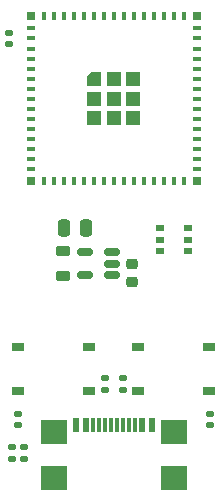
<source format=gbr>
%TF.GenerationSoftware,KiCad,Pcbnew,9.0.0*%
%TF.CreationDate,2025-05-27T11:33:04+06:00*%
%TF.ProjectId,devboard,64657662-6f61-4726-942e-6b696361645f,rev?*%
%TF.SameCoordinates,Original*%
%TF.FileFunction,Paste,Top*%
%TF.FilePolarity,Positive*%
%FSLAX46Y46*%
G04 Gerber Fmt 4.6, Leading zero omitted, Abs format (unit mm)*
G04 Created by KiCad (PCBNEW 9.0.0) date 2025-05-27 11:33:04*
%MOMM*%
%LPD*%
G01*
G04 APERTURE LIST*
G04 Aperture macros list*
%AMRoundRect*
0 Rectangle with rounded corners*
0 $1 Rounding radius*
0 $2 $3 $4 $5 $6 $7 $8 $9 X,Y pos of 4 corners*
0 Add a 4 corners polygon primitive as box body*
4,1,4,$2,$3,$4,$5,$6,$7,$8,$9,$2,$3,0*
0 Add four circle primitives for the rounded corners*
1,1,$1+$1,$2,$3*
1,1,$1+$1,$4,$5*
1,1,$1+$1,$6,$7*
1,1,$1+$1,$8,$9*
0 Add four rect primitives between the rounded corners*
20,1,$1+$1,$2,$3,$4,$5,0*
20,1,$1+$1,$4,$5,$6,$7,0*
20,1,$1+$1,$6,$7,$8,$9,0*
20,1,$1+$1,$8,$9,$2,$3,0*%
%AMOutline5P*
0 Free polygon, 5 corners , with rotation*
0 The origin of the aperture is its center*
0 number of corners: always 5*
0 $1 to $10 corner X, Y*
0 $11 Rotation angle, in degrees counterclockwise*
0 create outline with 5 corners*
4,1,5,$1,$2,$3,$4,$5,$6,$7,$8,$9,$10,$1,$2,$11*%
%AMOutline6P*
0 Free polygon, 6 corners , with rotation*
0 The origin of the aperture is its center*
0 number of corners: always 6*
0 $1 to $12 corner X, Y*
0 $13 Rotation angle, in degrees counterclockwise*
0 create outline with 6 corners*
4,1,6,$1,$2,$3,$4,$5,$6,$7,$8,$9,$10,$11,$12,$1,$2,$13*%
%AMOutline7P*
0 Free polygon, 7 corners , with rotation*
0 The origin of the aperture is its center*
0 number of corners: always 7*
0 $1 to $14 corner X, Y*
0 $15 Rotation angle, in degrees counterclockwise*
0 create outline with 7 corners*
4,1,7,$1,$2,$3,$4,$5,$6,$7,$8,$9,$10,$11,$12,$13,$14,$1,$2,$15*%
%AMOutline8P*
0 Free polygon, 8 corners , with rotation*
0 The origin of the aperture is its center*
0 number of corners: always 8*
0 $1 to $16 corner X, Y*
0 $17 Rotation angle, in degrees counterclockwise*
0 create outline with 8 corners*
4,1,8,$1,$2,$3,$4,$5,$6,$7,$8,$9,$10,$11,$12,$13,$14,$15,$16,$1,$2,$17*%
G04 Aperture macros list end*
%ADD10RoundRect,0.218750X0.381250X-0.218750X0.381250X0.218750X-0.381250X0.218750X-0.381250X-0.218750X0*%
%ADD11RoundRect,0.135000X-0.185000X0.135000X-0.185000X-0.135000X0.185000X-0.135000X0.185000X0.135000X0*%
%ADD12R,1.000000X0.700000*%
%ADD13RoundRect,0.140000X-0.170000X0.140000X-0.170000X-0.140000X0.170000X-0.140000X0.170000X0.140000X0*%
%ADD14RoundRect,0.250000X-0.250000X-0.475000X0.250000X-0.475000X0.250000X0.475000X-0.250000X0.475000X0*%
%ADD15R,0.800000X0.550000*%
%ADD16RoundRect,0.135000X0.185000X-0.135000X0.185000X0.135000X-0.185000X0.135000X-0.185000X-0.135000X0*%
%ADD17R,0.600000X1.150000*%
%ADD18R,0.300000X1.150000*%
%ADD19R,2.180000X2.000000*%
%ADD20RoundRect,0.140000X0.170000X-0.140000X0.170000X0.140000X-0.170000X0.140000X-0.170000X-0.140000X0*%
%ADD21R,0.800000X0.400000*%
%ADD22R,0.400000X0.800000*%
%ADD23Outline5P,-0.600000X0.204000X-0.204000X0.600000X0.600000X0.600000X0.600000X-0.600000X-0.600000X-0.600000X0.000000*%
%ADD24R,1.200000X1.200000*%
%ADD25R,0.800000X0.800000*%
%ADD26RoundRect,0.225000X0.250000X-0.225000X0.250000X0.225000X-0.250000X0.225000X-0.250000X-0.225000X0*%
%ADD27RoundRect,0.150000X0.512500X0.150000X-0.512500X0.150000X-0.512500X-0.150000X0.512500X-0.150000X0*%
G04 APERTURE END LIST*
D10*
%TO.C,L1*%
X146812000Y-87422500D03*
X146812000Y-85297500D03*
%TD*%
D11*
%TO.C,R4*%
X150368000Y-96012000D03*
X150368000Y-97032000D03*
%TD*%
D12*
%TO.C,SW1*%
X153210000Y-93400000D03*
X159210000Y-93400000D03*
X153210000Y-97100000D03*
X159210000Y-97100000D03*
%TD*%
D13*
%TO.C,C3*%
X159258000Y-99060000D03*
X159258000Y-100020000D03*
%TD*%
D14*
%TO.C,C2*%
X146878000Y-83312000D03*
X148778000Y-83312000D03*
%TD*%
D15*
%TO.C,U2*%
X157400000Y-85278000D03*
X157400000Y-84328000D03*
X157400000Y-83378000D03*
X155000000Y-83378000D03*
X155000000Y-84328000D03*
X155000000Y-85278000D03*
%TD*%
D13*
%TO.C,C4*%
X143002000Y-99060000D03*
X143002000Y-100020000D03*
%TD*%
D16*
%TO.C,R2*%
X142494000Y-102872000D03*
X142494000Y-101852000D03*
%TD*%
D11*
%TO.C,R3*%
X151892000Y-96012000D03*
X151892000Y-97032000D03*
%TD*%
D16*
%TO.C,R1*%
X143510000Y-102872000D03*
X143510000Y-101852000D03*
%TD*%
D17*
%TO.C,J1*%
X147930000Y-100017000D03*
X148730000Y-100017000D03*
D18*
X149880000Y-100017000D03*
X150880000Y-100017000D03*
X151380000Y-100017000D03*
X152380000Y-100017000D03*
D17*
X154330000Y-100017000D03*
X153530000Y-100017000D03*
D18*
X152880000Y-100017000D03*
X151880000Y-100017000D03*
X150380000Y-100017000D03*
X149380000Y-100017000D03*
D19*
X146020000Y-100592000D03*
X156240000Y-100592000D03*
X146020000Y-104522000D03*
X156240000Y-104522000D03*
%TD*%
D20*
%TO.C,C5*%
X142240000Y-67762000D03*
X142240000Y-66802000D03*
%TD*%
D12*
%TO.C,SW2*%
X143050000Y-93400000D03*
X149050000Y-93400000D03*
X143050000Y-97100000D03*
X149050000Y-97100000D03*
%TD*%
D21*
%TO.C,U1*%
X144130000Y-66440000D03*
X144130000Y-67290000D03*
X144130000Y-68140000D03*
X144130000Y-68990000D03*
X144130000Y-69840000D03*
X144130000Y-70690000D03*
X144130000Y-71540000D03*
X144130000Y-72390000D03*
X144130000Y-73240000D03*
X144130000Y-74090000D03*
X144130000Y-74940000D03*
X144130000Y-75790000D03*
X144130000Y-76640000D03*
X144130000Y-77490000D03*
X144130000Y-78340000D03*
D22*
X145180000Y-79390000D03*
X146030000Y-79390000D03*
X146880000Y-79390000D03*
X147730000Y-79390000D03*
X148580000Y-79390000D03*
X149430000Y-79390000D03*
X150280000Y-79390000D03*
X151130000Y-79390000D03*
X151980000Y-79390000D03*
X152830000Y-79390000D03*
X153680000Y-79390000D03*
X154530000Y-79390000D03*
X155380000Y-79390000D03*
X156230000Y-79390000D03*
X157080000Y-79390000D03*
D21*
X158130000Y-78340000D03*
X158130000Y-77490000D03*
X158130000Y-76640000D03*
X158130000Y-75790000D03*
X158130000Y-74940000D03*
X158130000Y-74090000D03*
X158130000Y-73240000D03*
X158130000Y-72390000D03*
X158130000Y-71540000D03*
X158130000Y-70690000D03*
X158130000Y-69840000D03*
X158130000Y-68990000D03*
X158130000Y-68140000D03*
X158130000Y-67290000D03*
X158130000Y-66440000D03*
D22*
X157080000Y-65390000D03*
X156230000Y-65390000D03*
X155380000Y-65390000D03*
X154530000Y-65390000D03*
X153680000Y-65390000D03*
X152830000Y-65390000D03*
X151980000Y-65390000D03*
X151130000Y-65390000D03*
X150280000Y-65390000D03*
X149430000Y-65390000D03*
X148580000Y-65390000D03*
X147730000Y-65390000D03*
X146880000Y-65390000D03*
X146030000Y-65390000D03*
X145180000Y-65390000D03*
D23*
X149480000Y-70740000D03*
D24*
X149480000Y-72390000D03*
X149480000Y-74040000D03*
X151130000Y-70740000D03*
X151130000Y-72390000D03*
X151130000Y-74040000D03*
X152780000Y-70740000D03*
X152780000Y-72390000D03*
X152780000Y-74040000D03*
D25*
X144130000Y-65390000D03*
X144130000Y-79390000D03*
X158130000Y-79390000D03*
X158130000Y-65390000D03*
%TD*%
D26*
%TO.C,C1*%
X152654000Y-87897000D03*
X152654000Y-86347000D03*
%TD*%
D27*
%TO.C,U3*%
X150997500Y-87310000D03*
X150997500Y-86360000D03*
X150997500Y-85410000D03*
X148722500Y-85410000D03*
X148722500Y-87310000D03*
%TD*%
M02*

</source>
